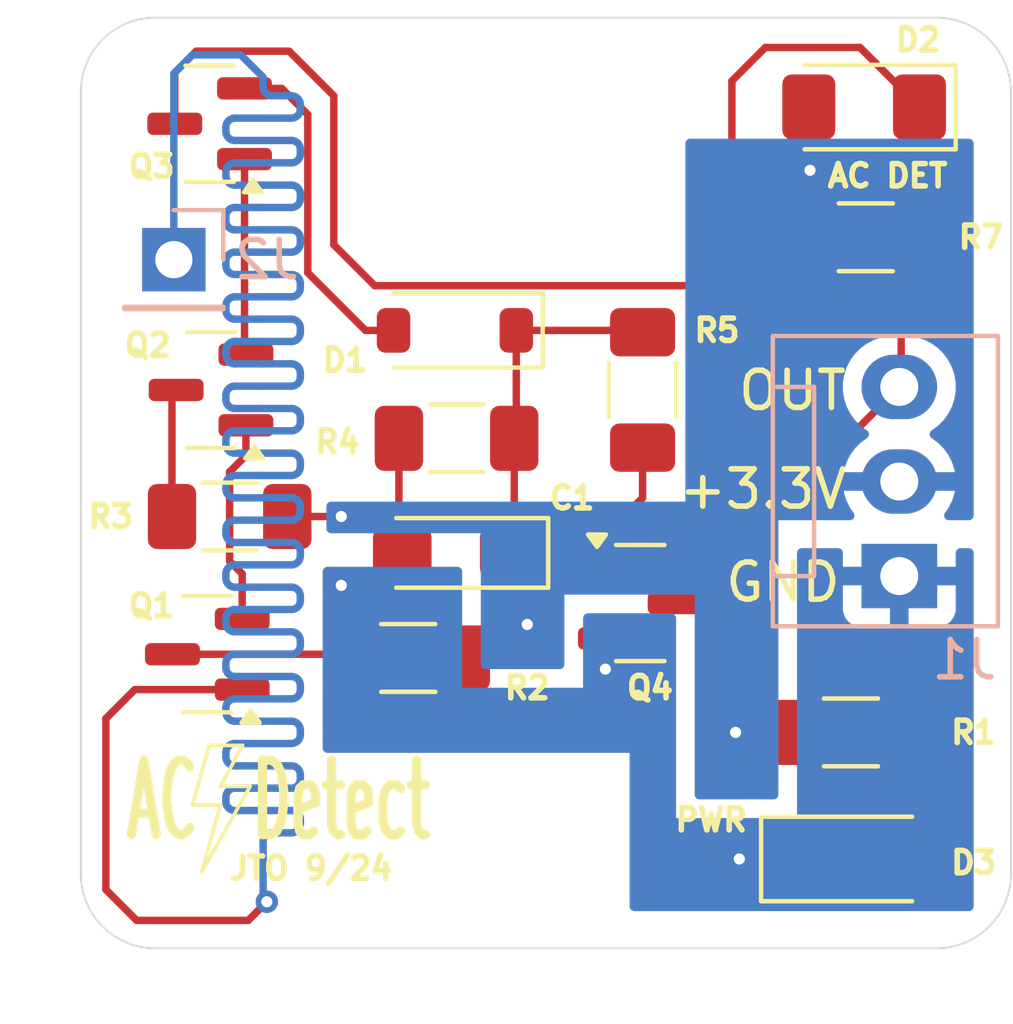
<source format=kicad_pcb>
(kicad_pcb (version 20240108) (generator "pcbnew") (generator_version "8.0")
  (layers (0 "F.Cu" signal) (31 "B.Cu" signal) (34 "B.Paste" user) (35 "F.Paste" user) (36 "B.SilkS" user "B.Silkscreen") (37 "F.SilkS" user "F.Silkscreen") (38 "B.Mask" user) (39 "F.Mask" user) (44 "Edge.Cuts" user))
  (net 0 "")
  (net 1 "GND")
  (net 2 "Net-(D1-K)")
  (net 3 "Net-(D1-A)")
  (net 4 "+3V3")
  (net 5 "Net-(D2-K)")
  (net 6 "Net-(D3-A)")
  (net 7 "/ACPSNTn")
  (net 8 "Net-(J2-Pin_1)")
  (net 9 "Net-(Q1-E)")
  (net 10 "Net-(Q1-C)")
  (net 11 "Net-(Q2-C)")
  (net 12 "Net-(Q2-E)")
  (net 13 "Net-(Q4-B)")
  (footprint "Resistor_SMD:R_1206_3216Metric_Pad1.30x1.75mm_HandSolder" (layer "F.Cu") (at 85.1 51.3 180)
    (property "Reference" "R4" (at 3.2 -0.1 0) (layer "F.SilkS") (effects (font (size 0.6 0.6))))
    (property "Value" "10k")
    (fp_line (start -0.727064 0.91) (end 0.727064 0.91) (stroke (width 0.12)) (layer "F.SilkS"))
    (fp_line (start -0.727064 -0.91) (end 0.727064 -0.91) (stroke (width 0.12)) (layer "F.SilkS"))
    (pad "1" smd roundrect (at -1.55 0 180) (size 1.3 1.75) (layers "F.Cu" "F.Paste" "F.Mask") (roundrect_rratio 0.192308) (net 2 "Net-(D1-K)"))
    (pad "2" smd roundrect (at 1.55 0 180) (size 1.3 1.75) (layers "F.Cu" "F.Paste" "F.Mask") (roundrect_rratio 0.192308) (net 1 "GND"))
  )
  (footprint "Package_TO_SOT_SMD:SOT-23" (layer "F.Cu") (at 78.5 50 180)
    (property "Reference" "Q2" (at 1.7 1.2 180) (layer "F.SilkS") (effects (font (size 0.6 0.6))))
    (property "Value" "MMBT3904")
    (fp_line (start 0 1.56) (end 0.65 1.56) (stroke (width 0.12)) (layer "F.SilkS"))
    (fp_line (start 0 1.56) (end -0.65 1.56) (stroke (width 0.12)) (layer "F.SilkS"))
    (fp_line (start 0 -1.56) (end 0.65 -1.56) (stroke (width 0.12)) (layer "F.SilkS"))
    (fp_line (start 0 -1.56) (end -0.65 -1.56) (stroke (width 0.12)) (layer "F.SilkS"))
    (fp_poly (pts (xy -1.1625 -1.51) (xy -1.4025 -1.84) (xy -0.9225 -1.84) (xy -1.1625 -1.51)) (stroke (width 0.12)) (fill solid) (layer "F.SilkS"))
    (pad "1" smd roundrect (at -0.9375 -0.95 180) (size 1.475 0.6) (layers "F.Cu" "F.Paste" "F.Mask") (net 9 "Net-(Q1-E)"))
    (pad "2" smd roundrect (at -0.9375 0.95 180) (size 1.475 0.6) (layers "F.Cu" "F.Paste" "F.Mask") (net 12 "Net-(Q2-E)"))
    (pad "3" smd roundrect (at 0.9375 0 180) (size 1.475 0.6) (layers "F.Cu" "F.Paste" "F.Mask") (net 11 "Net-(Q2-C)"))
  )
  (footprint "Package_TO_SOT_SMD:SOT-23" (layer "F.Cu") (at 78.4625 42.85 180)
    (property "Reference" "Q3" (at 1.5625 -1.15 0) (layer "F.SilkS") (effects (font (size 0.6 0.6))))
    (property "Value" "MMBT3904")
    (fp_line (start 0 1.56) (end 0.65 1.56) (stroke (width 0.12)) (layer "F.SilkS"))
    (fp_line (start 0 1.56) (end -0.65 1.56) (stroke (width 0.12)) (layer "F.SilkS"))
    (fp_line (start 0 -1.56) (end 0.65 -1.56) (stroke (width 0.12)) (layer "F.SilkS"))
    (fp_line (start 0 -1.56) (end -0.65 -1.56) (stroke (width 0.12)) (layer "F.SilkS"))
    (fp_poly (pts (xy -1.1625 -1.51) (xy -1.4025 -1.84) (xy -0.9225 -1.84) (xy -1.1625 -1.51)) (stroke (width 0.12)) (fill solid) (layer "F.SilkS"))
    (pad "1" smd roundrect (at -0.9375 -0.95 180) (size 1.475 0.6) (layers "F.Cu" "F.Paste" "F.Mask") (net 12 "Net-(Q2-E)"))
    (pad "2" smd roundrect (at -0.9375 0.95 180) (size 1.475 0.6) (layers "F.Cu" "F.Paste" "F.Mask") (net 3 "Net-(D1-A)"))
    (pad "3" smd roundrect (at 0.9375 0 180) (size 1.475 0.6) (layers "F.Cu" "F.Paste" "F.Mask") (net 5 "Net-(D2-K)"))
  )
  (footprint "MountingHole:MountingHole_3.2mm_M3" (layer "F.Cu") (at 87.5 43)
    (property "Reference" "MT1" (hide yes))
    (property "Value" "MountingHole_3.2mm_M3")
    (pad "" np_thru_hole circle (at 0 0) (size 3.2 3.2) (drill 3.2) (layers "*.Cu" "*.Mask"))
  )
  (footprint "Capacitor_Tantalum_SMD:CP_EIA-3216-10_Kemet-I_Pad1.58x1.35mm_HandSolder" (layer "F.Cu") (at 85.0775 54.3775 180)
    (property "Reference" "C1" (at -3.1225 1.4775 180) (layer "F.SilkS") (effects (font (size 0.6 0.6))))
    (property "Value" "10uF")
    (fp_line (start 1.6 -0.935) (end -2.485 -0.935) (stroke (width 0.12)) (layer "F.SilkS"))
    (fp_line (start -2.485 0.935) (end 1.6 0.935) (stroke (width 0.12)) (layer "F.SilkS"))
    (fp_line (start -2.485 -0.935) (end -2.485 0.935) (stroke (width 0.12)) (layer "F.SilkS"))
    (pad "1" smd roundrect (at -1.4375 0 180) (size 1.575 1.35) (layers "F.Cu" "F.Paste" "F.Mask") (roundrect_rratio 0.185185) (net 2 "Net-(D1-K)"))
    (pad "2" smd roundrect (at 1.4375 0 180) (size 1.575 1.35) (layers "F.Cu" "F.Paste" "F.Mask") (roundrect_rratio 0.185185) (net 1 "GND"))
  )
  (footprint "Resistor_SMD:R_1206_3216Metric_Pad1.30x1.75mm_HandSolder" (layer "F.Cu") (at 95.7 59.2 180)
    (property "Reference" "R1" (at -3.3 0 180) (layer "F.SilkS") (effects (font (size 0.6 0.6))))
    (property "Value" "240")
    (fp_line (start -0.727064 0.91) (end 0.727064 0.91) (stroke (width 0.12)) (layer "F.SilkS"))
    (fp_line (start -0.727064 -0.91) (end 0.727064 -0.91) (stroke (width 0.12)) (layer "F.SilkS"))
    (pad "1" smd roundrect (at -1.55 0 180) (size 1.3 1.75) (layers "F.Cu" "F.Paste" "F.Mask") (roundrect_rratio 0.192308) (net 6 "Net-(D3-A)"))
    (pad "2" smd roundrect (at 1.55 0 180) (size 1.3 1.75) (layers "F.Cu" "F.Paste" "F.Mask") (roundrect_rratio 0.192308) (net 4 "+3V3"))
  )
  (footprint "Diode_SMD:D_SOD-123" (layer "F.Cu") (at 85.055 48.4 180)
    (property "Reference" "D1" (at 2.955 -0.8 180) (layer "F.SilkS") (effects (font (size 0.6 0.6))))
    (property "Value" "1N4148W")
    (fp_line (start -2.36 1) (end 1.65 1) (stroke (width 0.12)) (layer "F.SilkS"))
    (fp_line (start -2.36 -1) (end 1.65 -1) (stroke (width 0.12)) (layer "F.SilkS"))
    (fp_line (start -2.36 -1) (end -2.36 1) (stroke (width 0.12)) (layer "F.SilkS"))
    (pad "1" smd roundrect (at -1.65 0 180) (size 0.9 1.2) (layers "F.Cu" "F.Paste" "F.Mask") (net 2 "Net-(D1-K)"))
    (pad "2" smd roundrect (at 1.65 0 180) (size 0.9 1.2) (layers "F.Cu" "F.Paste" "F.Mask") (net 3 "Net-(D1-A)"))
  )
  (footprint "Resistor_SMD:R_1206_3216Metric_Pad1.30x1.75mm_HandSolder" (layer "F.Cu") (at 79 53.4 180)
    (property "Reference" "R3" (at 3.2 0 180) (layer "F.SilkS") (effects (font (size 0.6 0.6))))
    (property "Value" "100k")
    (fp_line (start -0.727064 0.91) (end 0.727064 0.91) (stroke (width 0.12)) (layer "F.SilkS"))
    (fp_line (start -0.727064 -0.91) (end 0.727064 -0.91) (stroke (width 0.12)) (layer "F.SilkS"))
    (pad "1" smd roundrect (at -1.55 0 180) (size 1.3 1.75) (layers "F.Cu" "F.Paste" "F.Mask") (roundrect_rratio 0.192308) (net 4 "+3V3"))
    (pad "2" smd roundrect (at 1.55 0 180) (size 1.3 1.75) (layers "F.Cu" "F.Paste" "F.Mask") (roundrect_rratio 0.192308) (net 11 "Net-(Q2-C)"))
  )
  (footprint "Resistor_SMD:R_1206_3216Metric_Pad1.30x1.75mm_HandSolder" (layer "F.Cu") (at 90.1 50 -90)
    (property "Reference" "R5" (at -1.6 -2 180) (layer "F.SilkS") (effects (font (size 0.6 0.6))))
    (property "Value" "10k")
    (fp_line (start -0.727064 0.91) (end 0.727064 0.91) (stroke (width 0.12)) (layer "F.SilkS"))
    (fp_line (start -0.727064 -0.91) (end 0.727064 -0.91) (stroke (width 0.12)) (layer "F.SilkS"))
    (pad "1" smd roundrect (at -1.55 0 270) (size 1.3 1.75) (layers "F.Cu" "F.Paste" "F.Mask") (roundrect_rratio 0.192308) (net 2 "Net-(D1-K)"))
    (pad "2" smd roundrect (at 1.55 0 270) (size 1.3 1.75) (layers "F.Cu" "F.Paste" "F.Mask") (roundrect_rratio 0.192308) (net 13 "Net-(Q4-B)"))
  )
  (footprint "LED_SMD:LED_1206_3216Metric_Pad1.42x1.75mm_HandSolder" (layer "F.Cu") (at 96.055 42.4 180)
    (property "Reference" "D2" (at -1.445 1.8 180) (layer "F.SilkS") (effects (font (size 0.6 0.6))))
    (property "Value" "LED")
    (fp_line (start 1.6 -1.135) (end -2.46 -1.135) (stroke (width 0.12)) (layer "F.SilkS"))
    (fp_line (start -2.46 1.135) (end 1.6 1.135) (stroke (width 0.12)) (layer "F.SilkS"))
    (fp_line (start -2.46 -1.135) (end -2.46 1.135) (stroke (width 0.12)) (layer "F.SilkS"))
    (pad "1" smd roundrect (at -1.4875 0 180) (size 1.425 1.75) (layers "F.Cu" "F.Paste" "F.Mask") (roundrect_rratio 0.175439) (net 5 "Net-(D2-K)"))
    (pad "2" smd roundrect (at 1.4875 0 180) (size 1.425 1.75) (layers "F.Cu" "F.Paste" "F.Mask") (roundrect_rratio 0.175439) (net 4 "+3V3"))
  )
  (footprint "LED_SMD:LED_1206_3216Metric_Pad1.42x1.75mm_HandSolder" (layer "F.Cu") (at 95.745 62.6)
    (property "Reference" "D3" (at 3.255 0.1 0) (layer "F.SilkS") (effects (font (size 0.6 0.6))))
    (property "Value" "LED")
    (fp_line (start -2.46 -1.135) (end -2.46 1.135) (stroke (width 0.12)) (layer "F.SilkS"))
    (fp_line (start -2.46 1.135) (end 1.6 1.135) (stroke (width 0.12)) (layer "F.SilkS"))
    (fp_line (start 1.6 -1.135) (end -2.46 -1.135) (stroke (width 0.12)) (layer "F.SilkS"))
    (pad "1" smd roundrect (at -1.4875 0) (size 1.425 1.75) (layers "F.Cu" "F.Paste" "F.Mask") (roundrect_rratio 0.175439) (net 1 "GND"))
    (pad "2" smd roundrect (at 1.4875 0) (size 1.425 1.75) (layers "F.Cu" "F.Paste" "F.Mask") (roundrect_rratio 0.175439) (net 6 "Net-(D3-A)"))
  )
  (footprint "Package_TO_SOT_SMD:SOT-23" (layer "F.Cu") (at 90.0375 55.725)
    (property "Reference" "Q4" (at 0.2625 2.275 180) (layer "F.SilkS") (effects (font (size 0.6 0.6))))
    (property "Value" "MMBT3904")
    (fp_line (start 0 -1.56) (end -0.65 -1.56) (stroke (width 0.12)) (layer "F.SilkS"))
    (fp_line (start 0 -1.56) (end 0.65 -1.56) (stroke (width 0.12)) (layer "F.SilkS"))
    (fp_line (start 0 1.56) (end -0.65 1.56) (stroke (width 0.12)) (layer "F.SilkS"))
    (fp_line (start 0 1.56) (end 0.65 1.56) (stroke (width 0.12)) (layer "F.SilkS"))
    (fp_poly (pts (xy -1.1625 -1.51) (xy -1.4025 -1.84) (xy -0.9225 -1.84) (xy -1.1625 -1.51)) (stroke (width 0.12)) (fill solid) (layer "F.SilkS"))
    (pad "1" smd roundrect (at -0.9375 -0.95) (size 1.475 0.6) (layers "F.Cu" "F.Paste" "F.Mask") (net 13 "Net-(Q4-B)"))
    (pad "2" smd roundrect (at -0.9375 0.95) (size 1.475 0.6) (layers "F.Cu" "F.Paste" "F.Mask") (net 1 "GND"))
    (pad "3" smd roundrect (at 0.9375 0) (size 1.475 0.6) (layers "F.Cu" "F.Paste" "F.Mask") (net 7 "/ACPSNTn"))
  )
  (footprint "Resistor_SMD:R_1206_3216Metric_Pad1.30x1.75mm_HandSolder" (layer "F.Cu") (at 83.8 57.2 180)
    (property "Reference" "R2" (at -3.2 -0.8 180) (layer "F.SilkS") (effects (font (size 0.6 0.6))))
    (property "Value" "1M")
    (fp_line (start -0.727064 0.91) (end 0.727064 0.91) (stroke (width 0.12)) (layer "F.SilkS"))
    (fp_line (start -0.727064 -0.91) (end 0.727064 -0.91) (stroke (width 0.12)) (layer "F.SilkS"))
    (pad "1" smd roundrect (at -1.55 0 180) (size 1.3 1.75) (layers "F.Cu" "F.Paste" "F.Mask") (roundrect_rratio 0.192308) (net 4 "+3V3"))
    (pad "2" smd roundrect (at 1.55 0 180) (size 1.3 1.75) (layers "F.Cu" "F.Paste" "F.Mask") (roundrect_rratio 0.192308) (net 10 "Net-(Q1-C)"))
  )
  (footprint "Resistor_SMD:R_1206_3216Metric_Pad1.30x1.75mm_HandSolder" (layer "F.Cu") (at 96.1 45.9)
    (property "Reference" "R7" (at 3.1 0 0) (layer "F.SilkS") (effects (font (size 0.6 0.6))))
    (property "Value" "10k")
    (fp_line (start -0.727064 -0.91) (end 0.727064 -0.91) (stroke (width 0.12)) (layer "F.SilkS"))
    (fp_line (start -0.727064 0.91) (end 0.727064 0.91) (stroke (width 0.12)) (layer "F.SilkS"))
    (pad "1" smd roundrect (at -1.55 0) (size 1.3 1.75) (layers "F.Cu" "F.Paste" "F.Mask") (roundrect_rratio 0.192308) (net 4 "+3V3"))
    (pad "2" smd roundrect (at 1.55 0) (size 1.3 1.75) (layers "F.Cu" "F.Paste" "F.Mask") (roundrect_rratio 0.192308) (net 7 "/ACPSNTn"))
  )
  (footprint "MountingHole:MountingHole_3.2mm_M3" (layer "F.Cu") (at 87.5 62)
    (property "Reference" "MT2" (hide yes))
    (property "Value" "MountingHole_3.2mm_M3")
    (pad "" np_thru_hole circle (at 0 0) (size 3.2 3.2) (drill 3.2) (layers "*.Cu" "*.Mask"))
  )
  (footprint "Package_TO_SOT_SMD:SOT-23" (layer "F.Cu") (at 78.4 57.1 180)
    (property "Reference" "Q1" (at 1.5 1.3 180) (layer "F.SilkS") (effects (font (size 0.6 0.6))))
    (property "Value" "MMBT3904")
    (fp_line (start 0 1.56) (end 0.65 1.56) (stroke (width 0.12)) (layer "F.SilkS"))
    (fp_line (start 0 1.56) (end -0.65 1.56) (stroke (width 0.12)) (layer "F.SilkS"))
    (fp_line (start 0 -1.56) (end 0.65 -1.56) (stroke (width 0.12)) (layer "F.SilkS"))
    (fp_line (start 0 -1.56) (end -0.65 -1.56) (stroke (width 0.12)) (layer "F.SilkS"))
    (fp_poly (pts (xy -1.1625 -1.51) (xy -1.4025 -1.84) (xy -0.9225 -1.84) (xy -1.1625 -1.51)) (stroke (width 0.12)) (fill solid) (layer "F.SilkS"))
    (pad "1" smd roundrect (at -0.9375 -0.95 180) (size 1.475 0.6) (layers "F.Cu" "F.Paste" "F.Mask") (net 8 "Net-(J2-Pin_1)"))
    (pad "2" smd roundrect (at -0.9375 0.95 180) (size 1.475 0.6) (layers "F.Cu" "F.Paste" "F.Mask") (net 9 "Net-(Q1-E)"))
    (pad "3" smd roundrect (at 0.9375 0 180) (size 1.475 0.6) (layers "F.Cu" "F.Paste" "F.Mask") (net 10 "Net-(Q1-C)"))
  )
  (footprint "Connector:FanPinHeader_1x03_P2.54mm_Vertical" (layer "B.Cu") (at 97 55 90)
    (property "Reference" "J1" (at -2.25 1.75 180) (layer "B.SilkS") (effects (justify mirror)))
    (property "Value" "Conn_01x03_Pin")
    (fp_line (start 6.45 -3.4) (end 6.45 2.65) (stroke (width 0.12)) (layer "B.SilkS"))
    (fp_line (start -1.35 -3.4) (end 6.45 -3.4) (stroke (width 0.12)) (layer "B.SilkS"))
    (fp_line (start 5.08 -3.3) (end 5.08 -2.29) (stroke (width 0.12)) (layer "B.SilkS"))
    (fp_line (start 5.08 -2.29) (end 0 -2.29) (stroke (width 0.12)) (layer "B.SilkS"))
    (fp_line (start 0 -2.29) (end 0 -3.3) (stroke (width 0.12)) (layer "B.SilkS"))
    (fp_line (start 6.45 2.65) (end -1.35 2.65) (stroke (width 0.12)) (layer "B.SilkS"))
    (fp_line (start -1.35 2.65) (end -1.35 -3.4) (stroke (width 0.12)) (layer "B.SilkS"))
    (pad "1" thru_hole rect (at 0 0) (size 2.03 1.73) (drill 1.02) (layers "*.Cu" "*.Mask") (net 1 "GND"))
    (pad "2" thru_hole oval (at 2.54 0) (size 2.03 1.73) (drill 1.02) (layers "*.Cu" "*.Mask") (net 4 "+3V3"))
    (pad "3" thru_hole oval (at 5.08 0) (size 2.03 1.73) (drill 1.02) (layers "*.Cu" "*.Mask") (net 7 "/ACPSNTn"))
  )
  (footprint "Connector_PinHeader_2.54mm:PinHeader_1x01_P2.54mm_Vertical" (layer "B.Cu") (at 77.5 46.5 180)
    (property "Reference" "J2" (at -2.5 0 180) (layer "B.SilkS") (effects (justify mirror)))
    (property "Value" "Conn_01x01")
    (fp_line (start 1.33 -1.27) (end -1.33 -1.27) (stroke (width 0.12)) (layer "B.SilkS"))
    (fp_line (start 1.33 -1.33) (end 1.33 -1.27) (stroke (width 0.12)) (layer "B.SilkS"))
    (fp_line (start 1.33 -1.33) (end -1.33 -1.33) (stroke (width 0.12)) (layer "B.SilkS"))
    (fp_line (start 0 1.33) (end -1.33 1.33) (stroke (width 0.12)) (layer "B.SilkS"))
    (fp_line (start -1.33 1.33) (end -1.33 0) (stroke (width 0.12)) (layer "B.SilkS"))
    (fp_line (start -1.33 -1.33) (end -1.33 -1.27) (stroke (width 0.12)) (layer "B.SilkS"))
    (pad "1" thru_hole rect (at 0 0 180) (size 1.7 1.7) (drill 1) (layers "*.Cu" "*.Mask") (net 8 "Net-(J2-Pin_1)"))
  )
  (gr_line (start 78.75 60.65) (end 79.35 59.55) (stroke (width 0.1)) (layer "F.SilkS"))
  (gr_line (start 78.45 59.55) (end 78 61.15) (stroke (width 0.1)) (layer "F.SilkS"))
  (gr_line (start 78.75 61.15) (end 78.25 62.95) (stroke (width 0.1)) (layer "F.SilkS"))
  (gr_line (start 79.35 59.55) (end 78.45 59.55) (stroke (width 0.1)) (layer "F.SilkS"))
  (gr_line (start 79.55 60.65) (end 78.75 60.65) (stroke (width 0.1)) (layer "F.SilkS"))
  (gr_line (start 78.25 62.95) (end 79.55 60.65) (stroke (width 0.1)) (layer "F.SilkS"))
  (gr_line (start 78 61.15) (end 78.75 61.15) (stroke (width 0.1)) (layer "F.SilkS"))
  (gr_arc (start 75 42) (mid 75.585786 40.585786) (end 77 40) (stroke (width 0.05)) (layer "Edge.Cuts"))
  (gr_line (start 98 65) (end 77 65) (stroke (width 0.05)) (layer "Edge.Cuts"))
  (gr_line (start 75 63) (end 75 42) (stroke (width 0.05)) (layer "Edge.Cuts"))
  (gr_arc (start 98 40) (mid 99.414214 40.585786) (end 100 42) (stroke (width 0.05)) (layer "Edge.Cuts"))
  (gr_line (start 100 42) (end 100 63) (stroke (width 0.05)) (layer "Edge.Cuts"))
  (gr_arc (start 100 63) (mid 99.414214 64.414214) (end 98 65) (stroke (width 0.05)) (layer "Edge.Cuts"))
  (gr_line (start 77 40) (end 98 40) (stroke (width 0.05)) (layer "Edge.Cuts"))
  (gr_arc (start 77 65) (mid 75.585786 64.414214) (end 75 63) (stroke (width 0.05)) (layer "Edge.Cuts"))
  (gr_text "AC DET\n" (at 95 44.6 0) (layer "F.SilkS") (effects (font (size 0.6 0.6)) (justify left bottom)))
  (gr_text "JTO 9/24" (at 78.927821 63.199321 0) (layer "F.SilkS") (effects (font (size 0.6 0.6)) (justify left bottom)))
  (gr_text "PWR\n" (at 90.9 61.9 0) (layer "F.SilkS") (effects (font (size 0.6 0.6)) (justify left bottom)))
  (gr_text "+3.3V" (at 91 53.25 0) (layer "F.SilkS") (effects (font (size 1 1)) (justify left bottom)))
  (gr_text "AC  Detect\n" (at 76.1 62.2 0) (layer "F.SilkS") (effects (font (size 2 1) (thickness 0.25)) (justify left bottom)))
  (gr_text "GND" (at 92.25 55.75 0) (layer "F.SilkS") (effects (font (size 1 1)) (justify left bottom)))
  (gr_text "OUT" (at 92.6 50.6 0) (layer "F.SilkS") (effects (font (size 1 1)) (justify left bottom)))
  (segment (start 94.2575 62.6) (end 92.7 62.6) (width 0.2) (layer "F.Cu") (net 1))
  (segment (start 82.7675 55.25) (end 83.64 54.3775) (width 0.2) (layer "F.Cu") (net 1))
  (segment (start 89.1 56.675) (end 89.1 57.5) (width 0.2) (layer "F.Cu") (net 1))
  (segment (start 82 55.25) (end 82.7675 55.25) (width 0.2) (layer "F.Cu") (net 1))
  (segment (start 83.55 51.3) (end 83.55 54.2875) (width 0.2) (layer "F.Cu") (net 1))
  (segment (start 83.55 54.2875) (end 83.64 54.3775) (width 0.2) (layer "F.Cu") (net 1))
  (via (at 92.7 62.6) (size 0.6) (drill 0.3) (layers "F.Cu" "B.Cu") (net 1))
  (via (at 89.1 57.5) (size 0.6) (drill 0.3) (layers "F.Cu" "B.Cu") (net 1))
  (via (at 82 55.25) (size 0.6) (drill 0.3) (layers "F.Cu" "B.Cu") (net 1))
  (segment (start 86.65 54.2425) (end 86.515 54.3775) (width 0.2) (layer "F.Cu") (net 2))
  (segment (start 86.705 48.4) (end 90.05 48.4) (width 0.2) (layer "F.Cu") (net 2))
  (segment (start 86.65 51.3) (end 86.65 54.2425) (width 0.2) (layer "F.Cu") (net 2))
  (segment (start 90.05 48.4) (end 90.1 48.45) (width 0.2) (layer "F.Cu") (net 2))
  (segment (start 86.705 48.4) (end 86.705 51.245) (width 0.2) (layer "F.Cu") (net 2))
  (segment (start 86.705 51.245) (end 86.65 51.3) (width 0.2) (layer "F.Cu") (net 2))
  (segment (start 79.4 41.9) (end 80.4 41.9) (width 0.2) (layer "F.Cu") (net 3))
  (segment (start 81.1 46.85) (end 82.65 48.4) (width 0.2) (layer "F.Cu") (net 3))
  (segment (start 81.1 42.6) (end 81.1 46.85) (width 0.2) (layer "F.Cu") (net 3))
  (segment (start 82.65 48.4) (end 83.405 48.4) (width 0.2) (layer "F.Cu") (net 3))
  (segment (start 80.4 41.9) (end 81.1 42.6) (width 0.2) (layer "F.Cu") (net 3))
  (segment (start 94.5675 42.4) (end 94.5675 44.0675) (width 0.2) (layer "F.Cu") (net 4))
  (segment (start 94.15 59.2) (end 92.6 59.2) (width 0.2) (layer "F.Cu") (net 4))
  (segment (start 94.5675 44.0675) (end 94.6 44.1) (width 0.2) (layer "F.Cu") (net 4))
  (segment (start 80.55 53.4) (end 82 53.4) (width 0.2) (layer "F.Cu") (net 4))
  (segment (start 85.35 57.2) (end 86.6 57.2) (width 0.2) (layer "F.Cu") (net 4))
  (segment (start 87 56.8) (end 87 56.3) (width 0.2) (layer "F.Cu") (net 4))
  (segment (start 94.55 45.9) (end 94.55 44.15) (width 0.2) (layer "F.Cu") (net 4))
  (segment (start 94.55 44.15) (end 94.6 44.1) (width 0.2) (layer "F.Cu") (net 4))
  (segment (start 86.6 57.2) (end 87 56.8) (width 0.2) (layer "F.Cu") (net 4))
  (via (at 94.6 44.1) (size 0.6) (drill 0.3) (layers "F.Cu" "B.Cu") (net 4))
  (via (at 87 56.3) (size 0.6) (drill 0.3) (layers "F.Cu" "B.Cu") (net 4))
  (via (at 92.6 59.2) (size 0.6) (drill 0.3) (layers "F.Cu" "B.Cu") (net 4))
  (via (at 82 53.4) (size 0.6) (drill 0.3) (layers "F.Cu" "B.Cu") (net 4))
  (segment (start 77.525 41.475) (end 77.525 42.85) (width 0.2) (layer "F.Cu") (net 5))
  (segment (start 81.8 46.1) (end 81.8 42.1) (width 0.2) (layer "F.Cu") (net 5))
  (segment (start 80.6 40.9) (end 78.1 40.9) (width 0.2) (layer "F.Cu") (net 5))
  (segment (start 97.5425 42.4) (end 95.9425 40.8) (width 0.2) (layer "F.Cu") (net 5))
  (segment (start 91.4 47.2) (end 82.9 47.2) (width 0.2) (layer "F.Cu") (net 5))
  (segment (start 92.5 46.1) (end 91.4 47.2) (width 0.2) (layer "F.Cu") (net 5))
  (segment (start 77.5125 42.8625) (end 77.525 42.85) (width 0.2) (layer "F.Cu") (net 5))
  (segment (start 81.8 42.1) (end 80.6 40.9) (width 0.2) (layer "F.Cu") (net 5))
  (segment (start 95.9425 40.8) (end 93.4 40.8) (width 0.2) (layer "F.Cu") (net 5))
  (segment (start 78.1 40.9) (end 77.525 41.475) (width 0.2) (layer "F.Cu") (net 5))
  (segment (start 92.5 41.7) (end 92.5 46.1) (width 0.2) (layer "F.Cu") (net 5))
  (segment (start 82.9 47.2) (end 81.8 46.1) (width 0.2) (layer "F.Cu") (net 5))
  (segment (start 93.4 40.8) (end 92.5 41.7) (width 0.2) (layer "F.Cu") (net 5))
  (segment (start 97.25 59.2) (end 97.25 62.5825) (width 0.2) (layer "F.Cu") (net 6))
  (segment (start 97.25 62.5825) (end 97.2325 62.6) (width 0.2) (layer "F.Cu") (net 6))
  (segment (start 90.975 55.725) (end 90.975 55.025) (width 0.2) (layer "F.Cu") (net 7))
  (segment (start 92.2 53.8) (end 92.2 51.7) (width 0.2) (layer "F.Cu") (net 7))
  (segment (start 95.82 51.1) (end 97 49.92) (width 0.2) (layer "F.Cu") (net 7))
  (segment (start 92.8 51.1) (end 95.82 51.1) (width 0.2) (layer "F.Cu") (net 7))
  (segment (start 92.2 51.7) (end 92.8 51.1) (width 0.2) (layer "F.Cu") (net 7))
  (segment (start 97.65 47.625) (end 97.05 48.225) (width 0.2) (layer "F.Cu") (net 7))
  (segment (start 97.05 49.87) (end 97 49.92) (width 0.2) (layer "F.Cu") (net 7))
  (segment (start 90.975 55.025) (end 92.2 53.8) (width 0.2) (layer "F.Cu") (net 7))
  (segment (start 97.65 45.9) (end 97.65 47.625) (width 0.2) (layer "F.Cu") (net 7))
  (segment (start 97.05 48.225) (end 97.05 49.87) (width 0.2) (layer "F.Cu") (net 7))
  (segment (start 76.5 64.25) (end 75.672952 63.422952) (width 0.2) (layer "F.Cu") (net 8))
  (segment (start 80 63.75) (end 79.5 64.25) (width 0.2) (layer "F.Cu") (net 8))
  (segment (start 75.672952 58.827048) (end 76.45 58.05) (width 0.2) (layer "F.Cu") (net 8))
  (segment (start 76.45 58.05) (end 79.3375 58.05) (width 0.2) (layer "F.Cu") (net 8))
  (segment (start 79.5 64.25) (end 76.5 64.25) (width 0.2) (layer "F.Cu") (net 8))
  (segment (start 75.672952 63.422952) (end 75.672952 58.827048) (width 0.2) (layer "F.Cu") (net 8))
  (via (at 80 63.75) (size 0.6) (drill 0.3) (layers "F.Cu" "B.Cu") (net 8))
  (segment (start 79.9 59.498357) (end 79.14 59.498357) (width 0.2) (layer "B.Cu") (net 8))
  (segment (start 79.14 56.498357) (end 79.9 56.498357) (width 0.2) (layer "B.Cu") (net 8))
  (segment (start 78.9 42.938357) (end 78.9 43.058357) (width 0.2) (layer "B.Cu") (net 8))
  (segment (start 78.9 59.738357) (end 78.9 59.858357) (width 0.2) (layer "B.Cu") (net 8))
  (segment (start 80.9 56.738357) (end 80.9 56.858357) (width 0.2) (layer "B.Cu") (net 8))
  (segment (start 80.66 54.698357) (end 79.9 54.698357) (width 0.2) (layer "B.Cu") (net 8))
  (segment (start 79.14 57.698357) (end 79.9 57.698357) (width 0.2) (layer "B.Cu") (net 8))
  (segment (start 77.5 41.5) (end 78 41) (width 0.2) (layer "B.Cu") (net 8))
  (segment (start 79.14 58.898357) (end 79.9 58.898357) (width 0.2) (layer "B.Cu") (net 8))
  (segment (start 80.9 44.738357) (end 80.9 44.858357) (width 0.2) (layer "B.Cu") (net 8))
  (segment (start 80.9 49.538357) (end 80.9 49.658357) (width 0.2) (layer "B.Cu") (net 8))
  (segment (start 79.9 47.498357) (end 79.14 47.498357) (width 0.2) (layer "B.Cu") (net 8))
  (segment (start 77.5 46.5) (end 77.5 41.5) (width 0.2) (layer "B.Cu") (net 8))
  (segment (start 80.9 54.338357) (end 80.9 54.458357) (width 0.2) (layer "B.Cu") (net 8))
  (segment (start 78.9 46.538357) (end 78.9 46.658357) (width 0.2) (layer "B.Cu") (net 8))
  (segment (start 79.9 48.698357) (end 79.14 48.698357) (width 0.2) (layer "B.Cu") (net 8))
  (segment (start 79.9 57.698357) (end 80.66 57.698357) (width 0.2) (layer "B.Cu") (net 8))
  (segment (start 79.9 58.298357) (end 79.14 58.298357) (width 0.2) (layer "B.Cu") (net 8))
  (segment (start 78.9 56.138357) (end 78.9 56.258357) (width 0.2) (layer "B.Cu") (net 8))
  (segment (start 80.66 45.098357) (end 79.9 45.098357) (width 0.2) (layer "B.Cu") (net 8))
  (segment (start 79.9 45.698357) (end 80.66 45.698357) (width 0.2) (layer "B.Cu") (net 8))
  (segment (start 80.9 48.338357) (end 80.9 48.458357) (width 0.2) (layer "B.Cu") (net 8))
  (segment (start 80.66 42.698357) (end 80.14 42.698357) (width 0.2) (layer "B.Cu") (net 8))
  (segment (start 79.14 44.498357) (end 79.9 44.498357) (width 0.2) (layer "B.Cu") (net 8))
  (segment (start 79.9 51.698357) (end 80.66 51.698357) (width 0.2) (layer "B.Cu") (net 8))
  (segment (start 79.9 54.698357) (end 79.14 54.698357) (width 0.2) (layer "B.Cu") (net 8))
  (segment (start 80.9 55.538357) (end 80.9 55.658357) (width 0.2) (layer "B.Cu") (net 8))
  (segment (start 80.9 60.338357) (end 80.9 60.458357) (width 0.2) (layer "B.Cu") (net 8))
  (segment (start 78.9 44.138357) (end 78.9 44.258357) (width 0.2) (layer "B.Cu") (net 8))
  (segment (start 79.9 55.898357) (end 79.14 55.898357) (width 0.2) (layer "B.Cu") (net 8))
  (segment (start 79.9 55.298357) (end 80.66 55.298357) (width 0.2) (layer "B.Cu") (net 8))
  (segment (start 80.66 57.098357) (end 79.9 57.098357) (width 0.2) (layer "B.Cu") (net 8))
  (segment (start 79.9 53.498357) (end 79.14 53.498357) (width 0.2) (layer "B.Cu") (net 8))
  (segment (start 79.3 41) (end 79.9 41.6) (width 0.2) (layer "B.Cu") (net 8))
  (segment (start 78.9 53.738357) (end 78.9 53.858357) (width 0.2) (layer "B.Cu") (net 8))
  (segment (start 80.66 60.698357) (end 79.9 60.698357) (width 0.2) (layer "B.Cu") (net 8))
  (segment (start 79.14 49.298357) (end 79.9 49.298357) (width 0.2) (layer "B.Cu") (net 8))
  (segment (start 79.9 51.098357) (end 79.14 51.098357) (width 0.2) (layer "B.Cu") (net 8))
  (segment (start 80.66 43.898357) (end 79.9 43.898357) (width 0.2) (layer "B.Cu") (net 8))
  (segment (start 80.9 57.938357) (end 80.9 58.058357) (width 0.2) (layer "B.Cu") (net 8))
  (segment (start 80.9 45.938357) (end 80.9 46.058357) (width 0.2) (layer "B.Cu") (net 8))
  (segment (start 79.14 48.098357) (end 79.9 48.098357) (width 0.2) (layer "B.Cu") (net 8))
  (segment (start 79.9 63.65) (end 80 63.75) (width 0.2) (layer "B.Cu") (net 8))
  (segment (start 80.9 50.738357) (end 80.9 50.858357) (width 0.2) (layer "B.Cu") (net 8))
  (segment (start 80.66 61.898357) (end 80.14 61.898357) (width 0.2) (layer "B.Cu") (net 8))
  (segment (start 79.14 45.698357) (end 79.9 45.698357) (width 0.2) (layer "B.Cu") (net 8))
  (segment (start 79.9 44.498357) (end 80.66 44.498357) (width 0.2) (layer "B.Cu") (net 8))
  (segment (start 80.9 61.538357) (end 80.9 61.658357) (width 0.2) (layer "B.Cu") (net 8))
  (segment (start 78.9 51.338357) (end 78.9 51.458357) (width 0.2) (layer "B.Cu") (net 8))
  (segment (start 79.9 57.098357) (end 79.14 57.098357) (width 0.2) (layer "B.Cu") (net 8))
  (segment (start 80.66 51.098357) (end 79.9 51.098357) (width 0.2) (layer "B.Cu") (net 8))
  (segment (start 79.9 41.6) (end 79.9 41.858357) (width 0.2) (layer "B.Cu") (net 8))
  (segment (start 80.66 58.298357) (end 79.9 58.298357) (width 0.2) (layer "B.Cu") (net 8))
  (segment (start 79.9 54.098357) (end 80.66 54.098357) (width 0.2) (layer "B.Cu") (net 8))
  (segment (start 79.9 61.298357) (end 80.66 61.298357) (width 0.2) (layer "B.Cu") (net 8))
  (segment (start 78.9 52.538357) (end 78.9 52.658357) (width 0.2) (layer "B.Cu") (net 8))
  (segment (start 79.9 58.898357) (end 80.66 58.898357) (width 0.2) (layer "B.Cu") (net 8))
  (segment (start 79.9 48.098357) (end 80.66 48.098357) (width 0.2) (layer "B.Cu") (net 8))
  (segment (start 79.9 56.498357) (end 80.66 56.498357) (width 0.2) (layer "B.Cu") (net 8))
  (segment (start 78.9 45.338357) (end 78.9 45.458357) (width 0.2) (layer "B.Cu") (net 8))
  (segment (start 78 41) (end 79.3 41) (width 0.2) (layer "B.Cu") (net 8))
  (segment (start 79.9 43.898357) (end 79.14 43.898357) (width 0.2) (layer "B.Cu") (net 8))
  (segment (start 79.14 46.898357) (end 79.9 46.898357) (width 0.2) (layer "B.Cu") (net 8))
  (segment (start 80.9 59.138357) (end 80.9 59.258357) (width 0.2) (layer "B.Cu") (net 8))
  (segment (start 78.9 47.738357) (end 78.9 47.858357) (width 0.2) (layer "B.Cu") (net 8))
  (segment (start 80.66 49.898357) (end 79.9 49.898357) (width 0.2) (layer "B.Cu") (net 8))
  (segment (start 79.9 60.098357) (end 80.66 60.098357) (width 0.2) (layer "B.Cu") (net 8))
  (segment (start 79.14 50.498357) (end 79.9 50.498357) (width 0.2) (layer "B.Cu") (net 8))
  (segment (start 80.66 47.498357) (end 79.9 47.498357) (width 0.2) (layer "B.Cu") (net 8))
  (segment (start 80.9 42.338357) (end 80.9 42.458357) (width 0.2) (layer "B.Cu") (net 8))
  (segment (start 79.9 46.298357) (end 79.14 46.298357) (width 0.2) (layer "B.Cu") (net 8))
  (segment (start 80.66 59.498357) (end 79.9 59.498357) (width 0.2) (layer "B.Cu") (net 8))
  (segment (start 79.14 54.098357) (end 79.9 54.098357) (width 0.2) (layer "B.Cu") (net 8))
  (segment (start 80.66 46.298357) (end 79.9 46.298357) (width 0.2) (layer "B.Cu") (net 8))
  (segment (start 79.14 61.298357) (end 79.9 61.298357) (width 0.2) (layer "B.Cu") (net 8))
  (segment (start 80.66 53.498357) (end 79.9 53.498357) (width 0.2) (layer "B.Cu") (net 8))
  (segment (start 79.9 49.298357) (end 80.66 49.298357) (width 0.2) (layer "B.Cu") (net 8))
  (segment (start 79.9 43.298357) (end 80.66 43.298357) (width 0.2) (layer "B.Cu") (net 8))
  (segment (start 80.14 42.098357) (end 80.66 42.098357) (width 0.2) (layer "B.Cu") (net 8))
  (segment (start 80.9 43.538357) (end 80.9 43.658357) (width 0.2) (layer "B.Cu") (net 8))
  (segment (start 79.9 50.498357) (end 80.66 50.498357) (width 0.2) (layer "B.Cu") (net 8))
  (segment (start 80.9 53.138357) (end 80.9 53.258357) (width 0.2) (layer "B.Cu") (net 8))
  (segment (start 80.66 55.898357) (end 79.9 55.898357) (width 0.2) (layer "B.Cu") (net 8))
  (segment (start 79.14 60.098357) (end 79.9 60.098357) (width 0.2) (layer "B.Cu") (net 8))
  (segment (start 78.9 57.338357) (end 78.9 57.458357) (width 0.2) (layer "B.Cu") (net 8))
  (segment (start 79.14 55.298357) (end 79.9 55.298357) (width 0.2) (layer "B.Cu") (net 8))
  (segment (start 80.9 47.138357) (end 80.9 47.258357) (width 0.2) (layer "B.Cu") (net 8))
  (segment (start 80.66 52.298357) (end 79.9 52.298357) (width 0.2) (layer "B.Cu") (net 8))
  (segment (start 79.9 46.898357) (end 80.66 46.898357) (width 0.2) (layer "B.Cu") (net 8))
  (segment (start 79.9 62.258357) (end 79.9 62.845479) (width 0.2) (layer "B.Cu") (net 8))
  (segment (start 78.9 54.938357) (end 78.9 55.058357) (width 0.2) (layer "B.Cu") (net 8))
  (segment (start 79.9 62.845479) (end 79.9 63.65) (width 0.2) (layer "B.Cu") (net 8))
  (segment (start 80.66 48.698357) (end 79.9 48.698357) (width 0.2) (layer "B.Cu") (net 8))
  (segment (start 80.14 42.698357) (end 79.14 42.698357) (width 0.2) (layer "B.Cu") (net 8))
  (segment (start 78.9 60.938357) (end 78.9 61.058357) (width 0.2) (layer "B.Cu") (net 8))
  (segment (start 79.14 52.898357) (end 79.9 52.898357) (width 0.2) (layer "B.Cu") (net 8))
  (segment (start 79.14 43.298357) (end 79.9 43.298357) (width 0.2) (layer "B.Cu") (net 8))
  (segment (start 80.9 51.938357) (end 80.9 52.058357) (width 0.2) (layer "B.Cu") (net 8))
  (segment (start 79.9 62.138357) (end 79.9 62.258357) (width 0.2) (layer "B.Cu") (net 8))
  (segment (start 78.9 50.138357) (end 78.9 50.258357) (width 0.2) (layer "B.Cu") (net 8))
  (segment (start 79.9 52.298357) (end 79.14 52.298357) (width 0.2) (layer "B.Cu") (net 8))
  (segment (start 79.9 49.898357) (end 79.14 49.898357) (width 0.2) (layer "B.Cu") (net 8))
  (segment (start 78.9 58.538357) (end 78.9 58.658357) (width 0.2) (layer "B.Cu") (net 8))
  (segment (start 78.9 48.938357) (end 78.9 49.058357) (width 0.2) (layer "B.Cu") (net 8))
  (segment (start 79.14 51.698357) (end 79.9 51.698357) (width 0.2) (layer "B.Cu") (net 8))
  (segment (start 79.9 60.698357) (end 79.14 60.698357) (width 0.2) (layer "B.Cu") (net 8))
  (segment (start 79.9 45.098357) (end 79.14 45.098357) (width 0.2) (layer "B.Cu") (net 8))
  (segment (start 79.9 52.898357) (end 80.66 52.898357) (width 0.2) (layer "B.Cu") (net 8))
  (arc (start 80.66 46.898357) (mid 80.829706 46.968651) (end 80.9 47.138357) (width 0.2) (layer "B.Cu") (net 8))
  (arc (start 79.14 49.898357) (mid 78.970294 49.968651) (end 78.9 50.138357) (width 0.2) (layer "B.Cu") (net 8))
  (arc (start 79.9 41.858357) (mid 79.970294 42.028063) (end 80.14 42.098357) (width 0.2) (layer "B.Cu") (net 8))
  (arc (start 79.14 47.498357) (mid 78.970294 47.568651) (end 78.9 47.738357) (width 0.2) (layer "B.Cu") (net 8))
  (arc (start 80.9 48.458357) (mid 80.829706 48.628063) (end 80.66 48.698357) (width 0.2) (layer "B.Cu") (net 8))
  (arc (start 78.9 51.458357) (mid 78.970294 51.628063) (end 79.14 51.698357) (width 0.2) (layer "B.Cu") (net 8))
  (arc (start 79.14 51.098357) (mid 78.970294 51.168651) (end 78.9 51.338357) (width 0.2) (layer "B.Cu") (net 8))
  (arc (start 78.9 43.058357) (mid 78.970294 43.228063) (end 79.14 43.298357) (width 0.2) (layer "B.Cu") (net 8))
  (arc (start 78.9 50.258357) (mid 78.970294 50.428063) (end 79.14 50.498357) (width 0.2) (layer "B.Cu") (net 8))
  (arc (start 80.66 50.498357) (mid 80.829706 50.568651) (end 80.9 50.738357) (width 0.2) (layer "B.Cu") (net 8))
  (arc (start 80.66 44.498357) (mid 80.829706 44.568651) (end 80.9 44.738357) (width 0.2) (layer "B.Cu") (net 8))
  (arc (start 78.9 53.858357) (mid 78.970294 54.028063) (end 79.14 54.098357) (width 0.2) (layer "B.Cu") (net 8))
  (arc (start 80.66 58.898357) (mid 80.829706 58.968651) (end 80.9 59.138357) (width 0.2) (layer "B.Cu") (net 8))
  (arc (start 78.9 49.058357) (mid 78.970294 49.228063) (end 79.14 49.298357) (width 0.2) (layer "B.Cu") (net 8))
  (arc (start 80.66 61.298357) (mid 80.829706 61.368651) (end 80.9 61.538357) (width 0.2) (layer "B.Cu") (net 8))
  (arc (start 80.9 43.658357) (mid 80.829706 43.828063) (end 80.66 43.898357) (width 0.2) (layer "B.Cu") (net 8))
  (arc (start 80.66 54.098357) (mid 80.829706 54.168651) (end 80.9 54.338357) (width 0.2) (layer "B.Cu") (net 8))
  (arc (start 80.14 61.898357) (mid 79.970294 61.968651) (end 79.9 62.138357) (width 0.2) (layer "B.Cu") (net 8))
  (arc (start 78.9 58.658357) (mid 78.970294 58.828063) (end 79.14 58.898357) (width 0.2) (layer "B.Cu") (net 8))
  (arc (start 80.66 42.098357) (mid 80.829706 42.168651) (end 80.9 42.338357) (width 0.2) (layer "B.Cu") (net 8))
  (arc (start 80.9 50.858357) (mid 80.829706 51.028063) (end 80.66 51.098357) (width 0.2) (layer "B.Cu") (net 8))
  (arc (start 80.9 46.058357) (mid 80.829706 46.228063) (end 80.66 46.298357) (width 0.2) (layer "B.Cu") (net 8))
  (arc (start 79.14 42.698357) (mid 78.970294 42.768651) (end 78.9 42.938357) (width 0.2) (layer "B.Cu") (net 8))
  (arc (start 78.9 57.458357) (mid 78.970294 57.628063) (end 79.14 57.698357) (width 0.2) (layer "B.Cu") (net 8))
  (arc (start 80.9 47.258357) (mid 80.829706 47.428063) (end 80.66 47.498357) (width 0.2) (layer "B.Cu") (net 8))
  (arc (start 80.9 42.458357) (mid 80.829706 42.628063) (end 80.66 42.698357) (width 0.2) (layer "B.Cu") (net 8))
  (arc (start 78.9 56.258357) (mid 78.970294 56.428063) (end 79.14 56.498357) (width 0.2) (layer "B.Cu") (net 8))
  (arc (start 80.66 60.098357) (mid 80.829706 60.168651) (end 80.9 60.338357) (width 0.2) (layer "B.Cu") (net 8))
  (arc (start 79.14 46.298357) (mid 78.970294 46.368651) (end 78.9 46.538357) (width 0.2) (layer "B.Cu") (net 8))
  (arc (start 78.9 61.058357) (mid 78.970294 61.228063) (end 79.14 61.298357) (width 0.2) (layer "B.Cu") (net 8))
  (arc (start 80.9 60.458357) (mid 80.829706 60.628063) (end 80.66 60.698357) (width 0.2) (layer "B.Cu") (net 8))
  (arc (start 79.14 54.698357) (mid 78.970294 54.768651) (end 78.9 54.938357) (width 0.2) (layer "B.Cu") (net 8))
  (arc (start 80.66 56.498357) (mid 80.829706 56.568651) (end 80.9 56.738357) (width 0.2) (layer "B.Cu") (net 8))
  (arc (start 80.9 59.258357) (mid 80.829706 59.428063) (end 80.66 59.498357) (width 0.2) (layer "B.Cu") (net 8))
  (arc (start 80.66 52.898357) (mid 80.829706 52.968651) (end 80.9 53.138357) (width 0.2) (layer "B.Cu") (net 8))
  (arc (start 80.66 48.098357) (mid 80.829706 48.168651) (end 80.9 48.338357) (width 0.2) (layer "B.Cu") (net 8))
  (arc (start 78.9 46.658357) (mid 78.970294 46.828063) (end 79.14 46.898357) (width 0.2) (layer "B.Cu") (net 8))
  (arc (start 79.14 43.898357) (mid 78.970294 43.968651) (end 78.9 44.138357) (width 0.2) (layer "B.Cu") (net 8))
  (arc (start 78.9 45.458357) (mid 78.970294 45.628063) (end 79.14 45.698357) (width 0.2) (layer "B.Cu") (net 8))
  (arc (start 80.9 55.658357) (mid 80.829706 55.828063) (end 80.66 55.898357) (width 0.2) (layer "B.Cu") (net 8))
  (arc (start 79.14 52.298357) (mid 78.970294 52.368651) (end 78.9 52.538357) (width 0.2) (layer "B.Cu") (net 8))
  (arc (start 79.14 55.898357) (mid 78.970294 55.968651) (end 78.9 56.138357) (width 0.2) (layer "B.Cu") (net 8))
  (arc (start 80.66 55.298357) (mid 80.829706 55.368651) (end 80.9 55.538357) (width 0.2) (layer "B.Cu") (net 8))
  (arc (start 80.66 51.698357) (mid 80.829706 51.768651) (end 80.9 51.938357) (width 0.2) (layer "B.Cu") (net 8))
  (arc (start 80.66 43.298357) (mid 80.829706 43.368651) (end 80.9 43.538357) (width 0.2) (layer "B.Cu") (net 8))
  (arc (start 78.9 55.058357) (mid 78.970294 55.228063) (end 79.14 55.298357) (width 0.2) (layer "B.Cu") (net 8))
  (arc (start 80.9 58.058357) (mid 80.829706 58.228063) (end 80.66 58.298357) (width 0.2) (layer "B.Cu") (net 8))
  (arc (start 78.9 44.258357) (mid 78.970294 44.428063) (end 79.14 44.498357) (width 0.2) (layer "B.Cu") (net 8))
  (arc (start 80.9 53.258357) (mid 80.829706 53.428063) (end 80.66 53.498357) (width 0.2) (layer "B.Cu") (net 8))
  (arc (start 80.9 54.458357) (mid 80.829706 54.628063) (end 80.66 54.698357) (width 0.2) (layer "B.Cu") (net 8))
  (arc (start 79.14 45.098357) (mid 78.970294 45.168651) (end 78.9 45.338357) (width 0.2) (layer "B.Cu") (net 8))
  (arc (start 79.14 58.298357) (mid 78.970294 58.368651) (end 78.9 58.538357) (width 0.2) (layer "B.Cu") (net 8))
  (arc (start 80.9 49.658357) (mid 80.829706 49.828063) (end 80.66 49.898357) (width 0.2) (layer "B.Cu") (net 8))
  (arc (start 79.14 60.698357) (mid 78.970294 60.768651) (end 78.9 60.938357) (width 0.2) (layer "B.Cu") (net 8))
  (arc (start 80.9 61.658357) (mid 80.829706 61.828063) (end 80.66 61.898357) (width 0.2) (layer "B.Cu") (net 8))
  (arc (start 79.14 59.498357) (mid 78.970294 59.568651) (end 78.9 59.738357) (width 0.2) (layer "B.Cu") (net 8))
  (arc (start 80.9 56.858357) (mid 80.829706 57.028063) (end 80.66 57.098357) (width 0.2) (layer "B.Cu") (net 8))
  (arc (start 78.9 59.858357) (mid 78.970294 60.028063) (end 79.14 60.098357) (width 0.2) (layer "B.Cu") (net 8))
  (arc (start 79.14 57.098357) (mid 78.970294 57.168651) (end 78.9 57.338357) (width 0.2) (layer "B.Cu") (net 8))
  (arc (start 79.14 53.498357) (mid 78.970294 53.568651) (end 78.9 53.738357) (width 0.2) (layer "B.Cu") (net 8))
  (arc (start 80.9 52.058357) (mid 80.829706 52.228063) (end 80.66 52.298357) (width 0.2) (layer "B.Cu") (net 8))
  (arc (start 78.9 47.858357) (mid 78.970294 48.028063) (end 79.14 48.098357) (width 0.2) (layer "B.Cu") (net 8))
  (arc (start 79.14 48.698357) (mid 78.970294 48.768651) (end 78.9 48.938357) (width 0.2) (layer "B.Cu") (net 8))
  (arc (start 78.9 52.658357) (mid 78.970294 52.828063) (end 79.14 52.898357) (width 0.2) (layer "B.Cu") (net 8))
  (arc (start 80.9 44.858357) (mid 80.829706 45.028063) (end 80.66 45.098357) (width 0.2) (layer "B.Cu") (net 8))
  (arc (start 80.66 49.298357) (mid 80.829706 49.368651) (end 80.9 49.538357) (width 0.2) (layer "B.Cu") (net 8))
  (arc (start 80.66 45.698357) (mid 80.829706 45.768651) (end 80.9 45.938357) (width 0.2) (layer "B.Cu") (net 8))
  (arc (start 80.66 57.698357) (mid 80.829706 57.768651) (end 80.9 57.938357) (width 0.2) (layer "B.Cu") (net 8))
  (segment (start 79.4375 51.7625) (end 79.4375 50.95) (width 0.2) (layer "F.Cu") (net 9))
  (segment (start 79.3375 54.9375) (end 79 54.6) (width 0.2) (layer "F.Cu") (net 9))
  (segment (start 79 52.2) (end 79.4375 51.7625) (width 0.2) (layer "F.Cu") (net 9))
  (segment (start 79 54.6) (end 79 52.2) (width 0.2) (layer "F.Cu") (net 9))
  (segment (start 79.3375 56.15) (end 79.3375 54.9375) (width 0.2) (layer "F.Cu") (net 9))
  (segment (start 82.15 57.1) (end 82.25 57.2) (width 0.2) (layer "F.Cu") (net 10))
  (segment (start 77.6 57.2375) (end 77.4625 57.1) (width 0.2) (layer "F.Cu") (net 10))
  (segment (start 77.4625 57.1) (end 82.15 57.1) (width 0.2) (layer "F.Cu") (net 10))
  (segment (start 77.45 50.1125) (end 77.5625 50) (width 0.2) (layer "F.Cu") (net 11))
  (segment (start 77.45 53.4) (end 77.45 50.1125) (width 0.2) (layer "F.Cu") (net 11))
  (segment (start 79.4375 49.05) (end 79.4 49.0125) (width 0.2) (layer "F.Cu") (net 12))
  (segment (start 79.4 49.0125) (end 79.4 43.8) (width 0.2) (layer "F.Cu") (net 12))
  (segment (start 90.1 52.9) (end 89.1 53.9) (width 0.2) (layer "F.Cu") (net 13))
  (segment (start 89.1 53.9) (end 89.1 54.775) (width 0.2) (layer "F.Cu") (net 13))
  (segment (start 90.1 51.55) (end 90.1 52.9) (width 0.2) (layer "F.Cu") (net 13))
  (zone (net 1) (net_name "GND") (layer "B.Cu") (name "Pour3") (priority 1) (connect_pads (clearance 0.5)) (min_thickness 0.25) (fill yes (thermal_gap 0.5) (thermal_bridge_width 0.5))
    (polygon (pts (xy 94.25 54.25) (xy 99 54.25) (xy 99 64) (xy 89.75 64) (xy 89.75 59.75) (xy 81.5 59.75) (xy 81.5 54.75) (xy 85.25 54.75) (xy 85.25 58) (xy 88.5 58) (xy 88.5 56) (xy 91 56) (xy 91 61.5) (xy 94.25 61.5)))
  )
  (zone (net 4) (net_name "+3V3") (layer "B.Cu") (name "Pour3") (connect_pads (clearance 0.5)) (min_thickness 0.25) (fill yes (thermal_gap 0.5) (thermal_bridge_width 0.5))
    (polygon (pts (xy 91.25 43.25) (xy 91.25 53) (xy 90 53) (xy 81.6 53) (xy 81.6 53.85) (xy 85.75 53.85) (xy 85.75 57.5) (xy 88 57.5) (xy 88 55.5) (xy 91.5 55.5) (xy 91.5 61) (xy 93.75 61) (xy 93.75 53.5) (xy 99 53.5) (xy 99 43.25)))
  )
)
</source>
